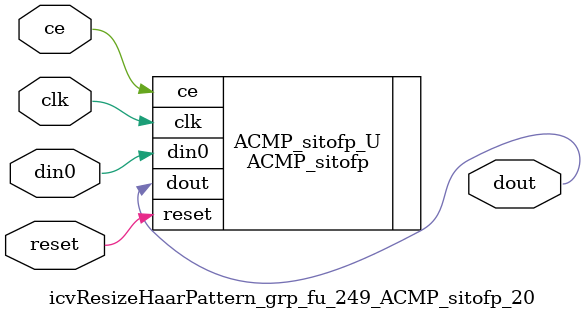
<source format=v>

`timescale 1 ns / 1 ps
module icvResizeHaarPattern_grp_fu_249_ACMP_sitofp_20(
    clk,
    reset,
    ce,
    din0,
    dout);

parameter ID = 32'd1;
parameter NUM_STAGE = 32'd1;
parameter din0_WIDTH = 32'd1;
parameter dout_WIDTH = 32'd1;
input clk;
input reset;
input ce;
input[din0_WIDTH - 1:0] din0;
output[dout_WIDTH - 1:0] dout;



ACMP_sitofp #(
.ID( ID ),
.NUM_STAGE( 4 ),
.din0_WIDTH( din0_WIDTH ),
.dout_WIDTH( dout_WIDTH ))
ACMP_sitofp_U(
    .clk( clk ),
    .reset( reset ),
    .ce( ce ),
    .din0( din0 ),
    .dout( dout ));

endmodule

</source>
